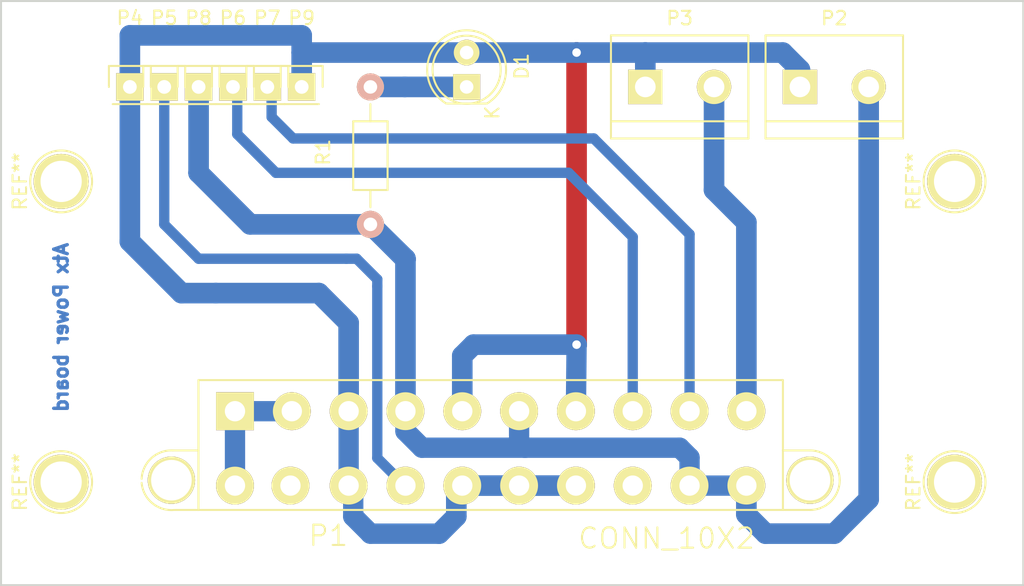
<source format=kicad_pcb>
(kicad_pcb (version 4) (host pcbnew 0.201509040901+6154~29~ubuntu14.04.1-product)

  (general
    (links 24)
    (no_connects 0)
    (area 79.299999 77.394999 155.015001 120.725001)
    (thickness 1.6)
    (drawings 5)
    (tracks 87)
    (zones 0)
    (modules 15)
    (nets 11)
  )

  (page A4)
  (layers
    (0 F.Cu signal)
    (31 B.Cu signal)
    (32 B.Adhes user)
    (33 F.Adhes user)
    (34 B.Paste user)
    (35 F.Paste user)
    (36 B.SilkS user)
    (37 F.SilkS user)
    (38 B.Mask user)
    (39 F.Mask user)
    (40 Dwgs.User user)
    (41 Cmts.User user)
    (42 Eco1.User user)
    (43 Eco2.User user)
    (44 Edge.Cuts user)
    (45 Margin user)
    (46 B.CrtYd user)
    (47 F.CrtYd user)
    (48 B.Fab user)
    (49 F.Fab user)
  )

  (setup
    (last_trace_width 0.254)
    (trace_clearance 0.254)
    (zone_clearance 0.508)
    (zone_45_only no)
    (trace_min 0.254)
    (segment_width 0.2)
    (edge_width 0.15)
    (via_size 0.889)
    (via_drill 0.635)
    (via_min_size 0.889)
    (via_min_drill 0.508)
    (uvia_size 0.508)
    (uvia_drill 0.127)
    (uvias_allowed no)
    (uvia_min_size 0.508)
    (uvia_min_drill 0.127)
    (pcb_text_width 0.3)
    (pcb_text_size 1 1)
    (mod_edge_width 0.15)
    (mod_text_size 1 1)
    (mod_text_width 0.15)
    (pad_size 2.032 2.032)
    (pad_drill 1.016)
    (pad_to_mask_clearance 0)
    (aux_axis_origin 0 0)
    (visible_elements 7FFFFFFF)
    (pcbplotparams
      (layerselection 0x00020_80000000)
      (usegerberextensions false)
      (excludeedgelayer false)
      (linewidth 0.100000)
      (plotframeref false)
      (viasonmask false)
      (mode 1)
      (useauxorigin false)
      (hpglpennumber 1)
      (hpglpenspeed 20)
      (hpglpendiameter 15)
      (hpglpenoverlay 2)
      (psnegative false)
      (psa4output false)
      (plotreference true)
      (plotvalue true)
      (plotinvisibletext false)
      (padsonsilk false)
      (subtractmaskfromsilk false)
      (outputformat 2)
      (mirror false)
      (drillshape 0)
      (scaleselection 1)
      (outputdirectory ci/))
  )

  (net 0 "")
  (net 1 "Net-(D1-Pad1)")
  (net 2 GND)
  (net 3 /5V)
  (net 4 /12V)
  (net 5 /PSON)
  (net 6 /PG)
  (net 7 +5V)
  (net 8 /3V3)
  (net 9 "Net-(P1-Pad4)")
  (net 10 "Net-(P1-Pad16)")

  (net_class Default "Ceci est la Netclass par défaut"
    (clearance 0.254)
    (trace_width 0.254)
    (via_dia 0.889)
    (via_drill 0.635)
    (uvia_dia 0.508)
    (uvia_drill 0.127)
  )

  (net_class power ""
    (clearance 0.254)
    (trace_width 1.524)
    (via_dia 1.524)
    (via_drill 0.635)
    (uvia_dia 0.508)
    (uvia_drill 0.127)
    (add_net /12V)
    (add_net /3V3)
    (add_net /5V)
    (add_net GND)
    (add_net "Net-(D1-Pad1)")
    (add_net "Net-(P1-Pad16)")
    (add_net "Net-(P1-Pad4)")
  )

  (net_class signal ""
    (clearance 0.254)
    (trace_width 0.762)
    (via_dia 0.889)
    (via_drill 0.635)
    (uvia_dia 0.508)
    (uvia_drill 0.127)
    (add_net +5V)
    (add_net /PG)
    (add_net /PSON)
  )

  (module LEDs:LED-5MM (layer F.Cu) (tedit 5570F7EA) (tstamp 55FF189E)
    (at 113.792 83.82 90)
    (descr "LED 5mm round vertical")
    (tags "LED 5mm round vertical")
    (path /54874A2E)
    (fp_text reference D1 (at 1.524 4.064 90) (layer F.SilkS)
      (effects (font (size 1 1) (thickness 0.15)))
    )
    (fp_text value LED (at 1.524 -3.937 90) (layer F.Fab)
      (effects (font (size 1 1) (thickness 0.15)))
    )
    (fp_line (start -1.5 -1.55) (end -1.5 1.55) (layer F.CrtYd) (width 0.05))
    (fp_arc (start 1.3 0) (end -1.5 1.55) (angle -302) (layer F.CrtYd) (width 0.05))
    (fp_arc (start 1.27 0) (end -1.23 -1.5) (angle 297.5) (layer F.SilkS) (width 0.15))
    (fp_line (start -1.23 1.5) (end -1.23 -1.5) (layer F.SilkS) (width 0.15))
    (fp_circle (center 1.27 0) (end 0.97 -2.5) (layer F.SilkS) (width 0.15))
    (fp_text user K (at -1.905 1.905 90) (layer F.SilkS)
      (effects (font (size 1 1) (thickness 0.15)))
    )
    (pad 1 thru_hole rect (at 0 0 180) (size 2 1.9) (drill 1.00076) (layers *.Cu *.Mask F.SilkS)
      (net 1 "Net-(D1-Pad1)"))
    (pad 2 thru_hole circle (at 2.54 0 90) (size 1.9 1.9) (drill 1.00076) (layers *.Cu *.Mask F.SilkS)
      (net 2 GND))
    (model LEDs.3dshapes/LED-5MM.wrl
      (at (xyz 0.05 0 0))
      (scale (xyz 1 1 1))
      (rotate (xyz 0 0 90))
    )
  )

  (module Connect:bornier2 (layer F.Cu) (tedit 55FF1881) (tstamp 55FF18A4)
    (at 140.97 83.82)
    (descr "Bornier d'alimentation 2 pins")
    (tags DEV)
    (path /548749B8)
    (fp_text reference P2 (at 0 -5.08) (layer F.SilkS)
      (effects (font (size 1 1) (thickness 0.15)))
    )
    (fp_text value 5V (at 0 5.08) (layer F.Fab)
      (effects (font (size 1 1) (thickness 0.15)))
    )
    (fp_line (start 5.08 2.54) (end -5.08 2.54) (layer F.SilkS) (width 0.15))
    (fp_line (start 5.08 3.81) (end 5.08 -3.81) (layer F.SilkS) (width 0.15))
    (fp_line (start 5.08 -3.81) (end -5.08 -3.81) (layer F.SilkS) (width 0.15))
    (fp_line (start -5.08 -3.81) (end -5.08 3.81) (layer F.SilkS) (width 0.15))
    (fp_line (start -5.08 3.81) (end 5.08 3.81) (layer F.SilkS) (width 0.15))
    (pad 1 thru_hole rect (at -2.54 0) (size 2.54 2.54) (drill 1.524) (layers *.Cu *.Mask F.SilkS)
      (net 2 GND))
    (pad 2 thru_hole circle (at 2.54 0) (size 2.54 2.54) (drill 1.524) (layers *.Cu *.Mask F.SilkS)
      (net 3 /5V))
    (model Connect.3dshapes/bornier2.wrl
      (at (xyz 0 0 0))
      (scale (xyz 1 1 1))
      (rotate (xyz 0 0 0))
    )
  )

  (module Connect:bornier2 (layer F.Cu) (tedit 55FF1881) (tstamp 55FF18AA)
    (at 129.54 83.82)
    (descr "Bornier d'alimentation 2 pins")
    (tags DEV)
    (path /548749CB)
    (fp_text reference P3 (at 0 -5.08) (layer F.SilkS)
      (effects (font (size 1 1) (thickness 0.15)))
    )
    (fp_text value 12V (at 0 5.08) (layer F.Fab)
      (effects (font (size 1 1) (thickness 0.15)))
    )
    (fp_line (start 5.08 2.54) (end -5.08 2.54) (layer F.SilkS) (width 0.15))
    (fp_line (start 5.08 3.81) (end 5.08 -3.81) (layer F.SilkS) (width 0.15))
    (fp_line (start 5.08 -3.81) (end -5.08 -3.81) (layer F.SilkS) (width 0.15))
    (fp_line (start -5.08 -3.81) (end -5.08 3.81) (layer F.SilkS) (width 0.15))
    (fp_line (start -5.08 3.81) (end 5.08 3.81) (layer F.SilkS) (width 0.15))
    (pad 1 thru_hole rect (at -2.54 0) (size 2.54 2.54) (drill 1.524) (layers *.Cu *.Mask F.SilkS)
      (net 2 GND))
    (pad 2 thru_hole circle (at 2.54 0) (size 2.54 2.54) (drill 1.524) (layers *.Cu *.Mask F.SilkS)
      (net 4 /12V))
    (model Connect.3dshapes/bornier2.wrl
      (at (xyz 0 0 0))
      (scale (xyz 1 1 1))
      (rotate (xyz 0 0 0))
    )
  )

  (module Pin_Headers:Pin_Header_Straight_1x01 (layer F.Cu) (tedit 5600314C) (tstamp 55FF18AF)
    (at 88.9 83.82)
    (descr "Through hole pin header")
    (tags "pin header")
    (path /55FF5D9A)
    (fp_text reference P4 (at 0 -5.1) (layer F.SilkS)
      (effects (font (size 1 1) (thickness 0.15)))
    )
    (fp_text value CONN_1 (at 0 -3.1) (layer F.Fab)
      (effects (font (size 1 1) (thickness 0.15)))
    )
    (fp_line (start 1.55 -1.55) (end 1.55 0) (layer F.SilkS) (width 0.15))
    (fp_line (start -1.75 -1.75) (end -1.75 1.75) (layer F.CrtYd) (width 0.05))
    (fp_line (start 1.75 -1.75) (end 1.75 1.75) (layer F.CrtYd) (width 0.05))
    (fp_line (start -1.75 -1.75) (end 1.75 -1.75) (layer F.CrtYd) (width 0.05))
    (fp_line (start -1.75 1.75) (end 1.75 1.75) (layer F.CrtYd) (width 0.05))
    (fp_line (start -1.55 0) (end -1.55 -1.55) (layer F.SilkS) (width 0.15))
    (fp_line (start -1.55 -1.55) (end 1.55 -1.55) (layer F.SilkS) (width 0.15))
    (fp_line (start -1.27 1.27) (end 1.27 1.27) (layer F.SilkS) (width 0.15))
    (pad 1 thru_hole rect (at 0 0) (size 2.032 2.032) (drill 1.016) (layers *.Cu *.Mask F.SilkS)
      (net 2 GND))
    (model Pin_Headers.3dshapes/Pin_Header_Straight_1x01.wrl
      (at (xyz 0 0 0))
      (scale (xyz 1 1 1))
      (rotate (xyz 0 0 90))
    )
  )

  (module Pin_Headers:Pin_Header_Straight_1x01 (layer F.Cu) (tedit 56003178) (tstamp 55FF18B4)
    (at 91.44 83.82)
    (descr "Through hole pin header")
    (tags "pin header")
    (path /55FF4D28)
    (fp_text reference P5 (at 0 -5.1) (layer F.SilkS)
      (effects (font (size 1 1) (thickness 0.15)))
    )
    (fp_text value CONN_1 (at 0 -3.1) (layer F.Fab)
      (effects (font (size 1 1) (thickness 0.15)))
    )
    (fp_line (start 1.55 -1.55) (end 1.55 0) (layer F.SilkS) (width 0.15))
    (fp_line (start -1.75 -1.75) (end -1.75 1.75) (layer F.CrtYd) (width 0.05))
    (fp_line (start 1.75 -1.75) (end 1.75 1.75) (layer F.CrtYd) (width 0.05))
    (fp_line (start -1.75 -1.75) (end 1.75 -1.75) (layer F.CrtYd) (width 0.05))
    (fp_line (start -1.75 1.75) (end 1.75 1.75) (layer F.CrtYd) (width 0.05))
    (fp_line (start -1.55 0) (end -1.55 -1.55) (layer F.SilkS) (width 0.15))
    (fp_line (start -1.55 -1.55) (end 1.55 -1.55) (layer F.SilkS) (width 0.15))
    (fp_line (start -1.27 1.27) (end 1.27 1.27) (layer F.SilkS) (width 0.15))
    (pad 1 thru_hole rect (at 0 0) (size 2.032 2.032) (drill 1.016) (layers *.Cu *.Mask F.SilkS)
      (net 5 /PSON))
    (model Pin_Headers.3dshapes/Pin_Header_Straight_1x01.wrl
      (at (xyz 0 0 0))
      (scale (xyz 1 1 1))
      (rotate (xyz 0 0 90))
    )
  )

  (module Pin_Headers:Pin_Header_Straight_1x01 (layer F.Cu) (tedit 56003184) (tstamp 55FF18B9)
    (at 96.52 83.82)
    (descr "Through hole pin header")
    (tags "pin header")
    (path /55FF4E0E)
    (fp_text reference P6 (at 0 -5.1) (layer F.SilkS)
      (effects (font (size 1 1) (thickness 0.15)))
    )
    (fp_text value CONN_1 (at 0 -3.1) (layer F.Fab)
      (effects (font (size 1 1) (thickness 0.15)))
    )
    (fp_line (start 1.55 -1.55) (end 1.55 0) (layer F.SilkS) (width 0.15))
    (fp_line (start -1.75 -1.75) (end -1.75 1.75) (layer F.CrtYd) (width 0.05))
    (fp_line (start 1.75 -1.75) (end 1.75 1.75) (layer F.CrtYd) (width 0.05))
    (fp_line (start -1.75 -1.75) (end 1.75 -1.75) (layer F.CrtYd) (width 0.05))
    (fp_line (start -1.75 1.75) (end 1.75 1.75) (layer F.CrtYd) (width 0.05))
    (fp_line (start -1.55 0) (end -1.55 -1.55) (layer F.SilkS) (width 0.15))
    (fp_line (start -1.55 -1.55) (end 1.55 -1.55) (layer F.SilkS) (width 0.15))
    (fp_line (start -1.27 1.27) (end 1.27 1.27) (layer F.SilkS) (width 0.15))
    (pad 1 thru_hole rect (at 0 0) (size 2.032 2.032) (drill 1.016) (layers *.Cu *.Mask F.SilkS)
      (net 6 /PG))
    (model Pin_Headers.3dshapes/Pin_Header_Straight_1x01.wrl
      (at (xyz 0 0 0))
      (scale (xyz 1 1 1))
      (rotate (xyz 0 0 90))
    )
  )

  (module Pin_Headers:Pin_Header_Straight_1x01 (layer F.Cu) (tedit 5600318A) (tstamp 55FF18BE)
    (at 99.06 83.82)
    (descr "Through hole pin header")
    (tags "pin header")
    (path /55FF4C46)
    (fp_text reference P7 (at 0 -5.1) (layer F.SilkS)
      (effects (font (size 1 1) (thickness 0.15)))
    )
    (fp_text value CONN_1 (at 0 -3.1) (layer F.Fab)
      (effects (font (size 1 1) (thickness 0.15)))
    )
    (fp_line (start 1.55 -1.55) (end 1.55 0) (layer F.SilkS) (width 0.15))
    (fp_line (start -1.75 -1.75) (end -1.75 1.75) (layer F.CrtYd) (width 0.05))
    (fp_line (start 1.75 -1.75) (end 1.75 1.75) (layer F.CrtYd) (width 0.05))
    (fp_line (start -1.75 -1.75) (end 1.75 -1.75) (layer F.CrtYd) (width 0.05))
    (fp_line (start -1.75 1.75) (end 1.75 1.75) (layer F.CrtYd) (width 0.05))
    (fp_line (start -1.55 0) (end -1.55 -1.55) (layer F.SilkS) (width 0.15))
    (fp_line (start -1.55 -1.55) (end 1.55 -1.55) (layer F.SilkS) (width 0.15))
    (fp_line (start -1.27 1.27) (end 1.27 1.27) (layer F.SilkS) (width 0.15))
    (pad 1 thru_hole rect (at 0 0) (size 2.032 2.032) (drill 1.016) (layers *.Cu *.Mask F.SilkS)
      (net 7 +5V))
    (model Pin_Headers.3dshapes/Pin_Header_Straight_1x01.wrl
      (at (xyz 0 0 0))
      (scale (xyz 1 1 1))
      (rotate (xyz 0 0 90))
    )
  )

  (module Pin_Headers:Pin_Header_Straight_1x01 (layer F.Cu) (tedit 5600317D) (tstamp 55FF18C3)
    (at 93.98 83.82)
    (descr "Through hole pin header")
    (tags "pin header")
    (path /55FF4B74)
    (fp_text reference P8 (at 0 -5.1) (layer F.SilkS)
      (effects (font (size 1 1) (thickness 0.15)))
    )
    (fp_text value CONN_1 (at 0 -3.1) (layer F.Fab)
      (effects (font (size 1 1) (thickness 0.15)))
    )
    (fp_line (start 1.55 -1.55) (end 1.55 0) (layer F.SilkS) (width 0.15))
    (fp_line (start -1.75 -1.75) (end -1.75 1.75) (layer F.CrtYd) (width 0.05))
    (fp_line (start 1.75 -1.75) (end 1.75 1.75) (layer F.CrtYd) (width 0.05))
    (fp_line (start -1.75 -1.75) (end 1.75 -1.75) (layer F.CrtYd) (width 0.05))
    (fp_line (start -1.75 1.75) (end 1.75 1.75) (layer F.CrtYd) (width 0.05))
    (fp_line (start -1.55 0) (end -1.55 -1.55) (layer F.SilkS) (width 0.15))
    (fp_line (start -1.55 -1.55) (end 1.55 -1.55) (layer F.SilkS) (width 0.15))
    (fp_line (start -1.27 1.27) (end 1.27 1.27) (layer F.SilkS) (width 0.15))
    (pad 1 thru_hole rect (at 0 0) (size 2.032 2.032) (drill 1.016) (layers *.Cu *.Mask F.SilkS)
      (net 3 /5V))
    (model Pin_Headers.3dshapes/Pin_Header_Straight_1x01.wrl
      (at (xyz 0 0 0))
      (scale (xyz 1 1 1))
      (rotate (xyz 0 0 90))
    )
  )

  (module Pin_Headers:Pin_Header_Straight_1x01 (layer F.Cu) (tedit 5600318F) (tstamp 55FF18C8)
    (at 101.6 83.82)
    (descr "Through hole pin header")
    (tags "pin header")
    (path /548776EC)
    (fp_text reference P9 (at 0 -5.1) (layer F.SilkS)
      (effects (font (size 1 1) (thickness 0.15)))
    )
    (fp_text value CONN_1 (at 0 -3.1) (layer F.Fab)
      (effects (font (size 1 1) (thickness 0.15)))
    )
    (fp_line (start 1.55 -1.55) (end 1.55 0) (layer F.SilkS) (width 0.15))
    (fp_line (start -1.75 -1.75) (end -1.75 1.75) (layer F.CrtYd) (width 0.05))
    (fp_line (start 1.75 -1.75) (end 1.75 1.75) (layer F.CrtYd) (width 0.05))
    (fp_line (start -1.75 -1.75) (end 1.75 -1.75) (layer F.CrtYd) (width 0.05))
    (fp_line (start -1.75 1.75) (end 1.75 1.75) (layer F.CrtYd) (width 0.05))
    (fp_line (start -1.55 0) (end -1.55 -1.55) (layer F.SilkS) (width 0.15))
    (fp_line (start -1.55 -1.55) (end 1.55 -1.55) (layer F.SilkS) (width 0.15))
    (fp_line (start -1.27 1.27) (end 1.27 1.27) (layer F.SilkS) (width 0.15))
    (pad 1 thru_hole rect (at 0 0) (size 2.032 2.032) (drill 1.016) (layers *.Cu *.Mask F.SilkS)
      (net 2 GND))
    (model Pin_Headers.3dshapes/Pin_Header_Straight_1x01.wrl
      (at (xyz 0 0 0))
      (scale (xyz 1 1 1))
      (rotate (xyz 0 0 90))
    )
  )

  (module Resistors_ThroughHole:Resistor_Horizontal_RM10mm (layer F.Cu) (tedit 53F56209) (tstamp 55FF18CE)
    (at 106.68 88.9 90)
    (descr "Resistor, Axial,  RM 10mm, 1/3W,")
    (tags "Resistor, Axial, RM 10mm, 1/3W,")
    (path /54877BA4)
    (fp_text reference R1 (at 0.24892 -3.50012 90) (layer F.SilkS)
      (effects (font (size 1 1) (thickness 0.15)))
    )
    (fp_text value 220 (at 3.81 3.81 90) (layer F.Fab)
      (effects (font (size 1 1) (thickness 0.15)))
    )
    (fp_line (start -2.54 -1.27) (end 2.54 -1.27) (layer F.SilkS) (width 0.15))
    (fp_line (start 2.54 -1.27) (end 2.54 1.27) (layer F.SilkS) (width 0.15))
    (fp_line (start 2.54 1.27) (end -2.54 1.27) (layer F.SilkS) (width 0.15))
    (fp_line (start -2.54 1.27) (end -2.54 -1.27) (layer F.SilkS) (width 0.15))
    (fp_line (start -2.54 0) (end -3.81 0) (layer F.SilkS) (width 0.15))
    (fp_line (start 2.54 0) (end 3.81 0) (layer F.SilkS) (width 0.15))
    (pad 1 thru_hole circle (at -5.08 0 90) (size 1.99898 1.99898) (drill 1.00076) (layers *.Cu *.SilkS *.Mask)
      (net 3 /5V))
    (pad 2 thru_hole circle (at 5.08 0 90) (size 1.99898 1.99898) (drill 1.00076) (layers *.Cu *.SilkS *.Mask)
      (net 1 "Net-(D1-Pad1)"))
    (model Resistors_ThroughHole.3dshapes/Resistor_Horizontal_RM10mm.wrl
      (at (xyz 0 0 0))
      (scale (xyz 0.4 0.4 0.4))
      (rotate (xyz 0 0 0))
    )
  )

  (module JbLb_lib:ATX20 (layer F.Cu) (tedit 560002F9) (tstamp 56000A93)
    (at 115.57 110.49 180)
    (tags ATX)
    (path /55FF3C65)
    (fp_text reference P1 (at 12 -6.5 180) (layer F.SilkS)
      (effects (font (size 1.5 1.5) (thickness 0.15)))
    )
    (fp_text value CONN_10X2 (at -13 -6.7 180) (layer F.SilkS)
      (effects (font (size 1.5 1.5) (thickness 0.15)))
    )
    (fp_line (start -23.6 -0.2) (end -21.6 -0.2) (layer F.SilkS) (width 0.15))
    (fp_line (start -21.6 -4.6) (end -23.6 -4.6) (layer F.SilkS) (width 0.15))
    (fp_arc (start -23.6 -2.4) (end -23.6 -0.2) (angle 90) (layer F.SilkS) (width 0.15))
    (fp_arc (start -23.6 -2.4) (end -25.8 -2.4) (angle 90) (layer F.SilkS) (width 0.15))
    (fp_line (start 23.5 -0.2) (end 21.6 -0.2) (layer F.SilkS) (width 0.15))
    (fp_line (start 23.4 -4.6) (end 21.6 -4.6) (layer F.SilkS) (width 0.15))
    (fp_arc (start 23.6 -2.4) (end 25.8 -2.3) (angle 90) (layer F.SilkS) (width 0.15))
    (fp_arc (start 23.6 -2.4) (end 23.4 -4.6) (angle 90) (layer F.SilkS) (width 0.15))
    (fp_line (start -21.6 5) (end 21.6 5) (layer F.SilkS) (width 0.15))
    (fp_line (start 0 -4.6) (end 21.6 -4.6) (layer F.SilkS) (width 0.15))
    (fp_line (start 21.6 -4.6) (end 21.6 5) (layer F.SilkS) (width 0.15))
    (fp_line (start -21.6 5) (end -21.6 -4.6) (layer F.SilkS) (width 0.15))
    (fp_line (start -21.6 -4.6) (end 0 -4.6) (layer F.SilkS) (width 0.15))
    (pad 1 thru_hole rect (at 18.9 2.7 180) (size 2.8 2.8) (drill 1.5) (layers *.Cu *.Mask F.SilkS)
      (net 8 /3V3))
    (pad 2 thru_hole circle (at 18.9 -2.8 180) (size 2.8 2.8) (drill 1.5) (layers *.Cu *.Mask F.SilkS)
      (net 8 /3V3))
    (pad 3 thru_hole circle (at 14.7 2.7 180) (size 2.8 2.8) (drill 1.5) (layers *.Cu *.Mask F.SilkS)
      (net 8 /3V3))
    (pad 4 thru_hole circle (at 14.8 -2.8 180) (size 2.8 2.8) (drill 1.5) (layers *.Cu *.Mask F.SilkS)
      (net 9 "Net-(P1-Pad4)"))
    (pad 5 thru_hole circle (at 10.5 2.7 180) (size 2.8 2.8) (drill 1.5) (layers *.Cu *.Mask F.SilkS)
      (net 2 GND))
    (pad 6 thru_hole circle (at 10.5 -2.8 180) (size 2.8 2.8) (drill 1.5) (layers *.Cu *.Mask F.SilkS)
      (net 2 GND))
    (pad 7 thru_hole circle (at 6.3 2.7 180) (size 2.8 2.8) (drill 1.5) (layers *.Cu *.Mask F.SilkS)
      (net 3 /5V))
    (pad 8 thru_hole circle (at 6.3 -2.8 180) (size 2.8 2.8) (drill 1.5) (layers *.Cu *.Mask F.SilkS)
      (net 5 /PSON))
    (pad 9 thru_hole circle (at 2.1 2.7 180) (size 2.8 2.8) (drill 1.5) (layers *.Cu *.Mask F.SilkS)
      (net 2 GND))
    (pad 10 thru_hole circle (at 2.1 -2.8 180) (size 2.8 2.8) (drill 1.5) (layers *.Cu *.Mask F.SilkS)
      (net 2 GND))
    (pad 11 thru_hole circle (at -2.1 2.7 180) (size 2.8 2.8) (drill 1.5) (layers *.Cu *.Mask F.SilkS)
      (net 3 /5V))
    (pad 12 thru_hole circle (at -2.1 -2.8 180) (size 2.8 2.8) (drill 1.5) (layers *.Cu *.Mask F.SilkS)
      (net 2 GND))
    (pad 13 thru_hole circle (at -6.3 2.7 180) (size 2.8 2.8) (drill 1.5) (layers *.Cu *.Mask F.SilkS)
      (net 2 GND))
    (pad 14 thru_hole circle (at -6.3 -2.8 180) (size 2.8 2.8) (drill 1.5) (layers *.Cu *.Mask F.SilkS)
      (net 2 GND))
    (pad 15 thru_hole circle (at -10.5 2.7 180) (size 2.8 2.8) (drill 1.5) (layers *.Cu *.Mask F.SilkS)
      (net 6 /PG))
    (pad 16 thru_hole circle (at -10.5 -2.8 180) (size 2.8 2.8) (drill 1.5) (layers *.Cu *.Mask F.SilkS)
      (net 10 "Net-(P1-Pad16)"))
    (pad 17 thru_hole circle (at -14.7 2.7 180) (size 2.8 2.8) (drill 1.5) (layers *.Cu *.Mask F.SilkS)
      (net 7 +5V))
    (pad 18 thru_hole circle (at -14.7 -2.8 180) (size 2.8 2.8) (drill 1.5) (layers *.Cu *.Mask F.SilkS)
      (net 3 /5V))
    (pad 19 thru_hole circle (at -18.9 2.7 180) (size 2.8 2.8) (drill 1.5) (layers *.Cu *.Mask F.SilkS)
      (net 4 /12V))
    (pad 20 thru_hole circle (at -18.9 -2.8 180) (size 2.8 2.8) (drill 1.5) (layers *.Cu *.Mask F.SilkS)
      (net 3 /5V))
    (pad 21 thru_hole circle (at 23.6 -2.4 180) (size 3.5 3.5) (drill 3) (layers *.Cu *.Mask F.SilkS))
    (pad 22 thru_hole circle (at -23.6 -2.4 180) (size 3.5 3.5) (drill 3) (layers *.Cu *.Mask F.SilkS))
  )

  (module Connect:1pin (layer F.Cu) (tedit 56002EA7) (tstamp 56002EA7)
    (at 83.82 113.03 90)
    (descr "module 1 pin (ou trou mecanique de percage)")
    (tags DEV)
    (fp_text reference REF** (at 0 -3.048 90) (layer F.SilkS)
      (effects (font (size 1 1) (thickness 0.15)))
    )
    (fp_text value 1pin (at 0 2.794 90) (layer F.Fab)
      (effects (font (size 1 1) (thickness 0.15)))
    )
    (fp_circle (center 0 0) (end 0 -2.286) (layer F.SilkS) (width 0.15))
    (pad 1 thru_hole circle (at 0 0 90) (size 4.064 4.064) (drill 3.048) (layers *.Cu *.Mask F.SilkS))
  )

  (module Connect:1pin (layer F.Cu) (tedit 56002EAD) (tstamp 56002EAD)
    (at 83.82 90.805 90)
    (descr "module 1 pin (ou trou mecanique de percage)")
    (tags DEV)
    (fp_text reference REF** (at 0 -3.048 90) (layer F.SilkS)
      (effects (font (size 1 1) (thickness 0.15)))
    )
    (fp_text value 1pin (at 0 2.794 90) (layer F.Fab)
      (effects (font (size 1 1) (thickness 0.15)))
    )
    (fp_circle (center 0 0) (end 0 -2.286) (layer F.SilkS) (width 0.15))
    (pad 1 thru_hole circle (at 0 0 90) (size 4.064 4.064) (drill 3.048) (layers *.Cu *.Mask F.SilkS))
  )

  (module Connect:1pin (layer F.Cu) (tedit 56002EAF) (tstamp 56002EB3)
    (at 149.86 113.03 90)
    (descr "module 1 pin (ou trou mecanique de percage)")
    (tags DEV)
    (fp_text reference REF** (at 0 -3.048 90) (layer F.SilkS)
      (effects (font (size 1 1) (thickness 0.15)))
    )
    (fp_text value 1pin (at 0 2.794 90) (layer F.Fab)
      (effects (font (size 1 1) (thickness 0.15)))
    )
    (fp_circle (center 0 0) (end 0 -2.286) (layer F.SilkS) (width 0.15))
    (pad 1 thru_hole circle (at 0 0 90) (size 4.064 4.064) (drill 3.048) (layers *.Cu *.Mask F.SilkS))
  )

  (module Connect:1pin (layer F.Cu) (tedit 56002EB1) (tstamp 56002EB9)
    (at 149.86 90.805 90)
    (descr "module 1 pin (ou trou mecanique de percage)")
    (tags DEV)
    (fp_text reference REF** (at 0 -3.048 90) (layer F.SilkS)
      (effects (font (size 1 1) (thickness 0.15)))
    )
    (fp_text value 1pin (at 0 2.794 90) (layer F.Fab)
      (effects (font (size 1 1) (thickness 0.15)))
    )
    (fp_circle (center 0 0) (end 0 -2.286) (layer F.SilkS) (width 0.15))
    (pad 1 thru_hole circle (at 0 0 90) (size 4.064 4.064) (drill 3.048) (layers *.Cu *.Mask F.SilkS))
  )

  (gr_line (start 154.94 120.65) (end 79.375 120.65) (angle 90) (layer Edge.Cuts) (width 0.15))
  (gr_line (start 154.94 77.47) (end 154.94 120.65) (angle 90) (layer Edge.Cuts) (width 0.15))
  (gr_line (start 79.375 77.47) (end 154.94 77.47) (angle 90) (layer Edge.Cuts) (width 0.15))
  (gr_line (start 79.375 120.65) (end 79.375 77.47) (angle 90) (layer Edge.Cuts) (width 0.15))
  (gr_text "Atx Power board" (at 83.82 101.6 90) (layer B.Cu)
    (effects (font (size 1 1) (thickness 0.25)) (justify mirror))
  )

  (segment (start 106.68 83.82) (end 109.22 83.82) (width 1.524) (layer B.Cu) (net 1))
  (segment (start 109.22 83.82) (end 113.792 83.82) (width 1.524) (layer B.Cu) (net 1) (status 30))
  (segment (start 117.67 113.29) (end 121.87 113.29) (width 1.524) (layer B.Cu) (net 2))
  (segment (start 113.47 113.29) (end 117.67 113.29) (width 1.524) (layer B.Cu) (net 2))
  (segment (start 111.76 116.84) (end 113.03 115.57) (width 1.524) (layer B.Cu) (net 2))
  (segment (start 113.03 115.57) (end 113.03 113.73) (width 1.524) (layer B.Cu) (net 2) (tstamp 56005B4A))
  (segment (start 113.03 113.73) (end 113.47 113.29) (width 1.524) (layer B.Cu) (net 2) (tstamp 56005B4B))
  (segment (start 101.6 81.28) (end 101.6 80.01) (width 1.524) (layer B.Cu) (net 2))
  (segment (start 88.9 80.01) (end 88.9 83.82) (width 1.524) (layer B.Cu) (net 2) (tstamp 56005B31))
  (segment (start 101.6 80.01) (end 88.9 80.01) (width 1.524) (layer B.Cu) (net 2) (tstamp 56005B30))
  (segment (start 121.92 102.87) (end 114.3 102.87) (width 1.524) (layer B.Cu) (net 2))
  (segment (start 113.47 103.7) (end 113.47 107.79) (width 1.524) (layer B.Cu) (net 2) (tstamp 56005B2D))
  (segment (start 114.3 102.87) (end 113.47 103.7) (width 1.524) (layer B.Cu) (net 2) (tstamp 56005B2C))
  (segment (start 127 81.28) (end 137.16 81.28) (width 1.524) (layer B.Cu) (net 2))
  (segment (start 137.16 81.28) (end 138.43 82.55) (width 1.524) (layer B.Cu) (net 2) (tstamp 56005A14))
  (segment (start 138.43 82.55) (end 138.43 83.82) (width 1.524) (layer B.Cu) (net 2) (tstamp 56005A1A))
  (segment (start 121.92 81.28) (end 127 81.28) (width 1.524) (layer B.Cu) (net 2))
  (segment (start 127 81.28) (end 127 83.82) (width 1.524) (layer B.Cu) (net 2) (tstamp 56005A0F))
  (segment (start 92.71 99.06) (end 88.9 95.25) (width 1.524) (layer B.Cu) (net 2))
  (segment (start 88.9 95.25) (end 88.9 83.82) (width 1.524) (layer B.Cu) (net 2) (tstamp 5600593D))
  (segment (start 105.07 107.79) (end 105.07 101.26) (width 1.524) (layer B.Cu) (net 2))
  (segment (start 102.87 99.06) (end 95.25 99.06) (width 1.524) (layer B.Cu) (net 2) (tstamp 56005883))
  (segment (start 105.07 101.26) (end 102.87 99.06) (width 1.524) (layer B.Cu) (net 2) (tstamp 56005882))
  (segment (start 95.25 99.06) (end 92.71 99.06) (width 1.524) (layer B.Cu) (net 2))
  (segment (start 113.792 81.28) (end 101.6 81.28) (width 1.524) (layer B.Cu) (net 2))
  (segment (start 101.6 81.28) (end 101.6 83.82) (width 1.524) (layer B.Cu) (net 2) (tstamp 560058E9))
  (segment (start 113.792 81.28) (end 121.92 81.28) (width 1.524) (layer B.Cu) (net 2) (status 10))
  (segment (start 121.92 102.87) (end 121.87 107.79) (width 1.5) (layer B.Cu) (net 2) (tstamp 56000971) (status 20))
  (via (at 121.92 81.28) (size 1.524) (layers F.Cu B.Cu) (net 2))
  (segment (start 121.92 102.87) (end 121.92 81.28) (width 1.524) (layer F.Cu) (net 2) (tstamp 56000E2E))
  (via (at 121.92 102.87) (size 1.524) (layers F.Cu B.Cu) (net 2))
  (segment (start 106.68 116.84) (end 111.76 116.84) (width 1.5) (layer B.Cu) (net 2) (tstamp 56000A73))
  (segment (start 111.76 116.84) (end 111.76 116.84) (width 1.5) (layer B.Cu) (net 2) (tstamp 56005B48))
  (segment (start 105.41 113.63) (end 105.41 115.57) (width 1.5) (layer B.Cu) (net 2) (tstamp 56000975) (status 10))
  (segment (start 105.07 113.29) (end 105.41 113.63) (width 1.5) (layer B.Cu) (net 2) (tstamp 56000974) (status 30))
  (segment (start 105.07 107.79) (end 105.07 113.29) (width 1.5) (layer B.Cu) (net 2) (status 30))
  (segment (start 105.41 115.57) (end 106.68 116.84) (width 1.5) (layer B.Cu) (net 2))
  (segment (start 106.68 116.84) (end 111.76 116.84) (width 1.5) (layer B.Cu) (net 2))
  (segment (start 106.68 93.98) (end 109.27 96.57) (width 1.524) (layer B.Cu) (net 3))
  (segment (start 109.22 96.52) (end 109.27 96.52) (width 1.524) (layer B.Cu) (net 3) (tstamp 560128F5))
  (segment (start 109.27 96.57) (end 109.22 96.52) (width 1.524) (layer B.Cu) (net 3) (tstamp 560128E8))
  (segment (start 134.47 113.29) (end 134.47 115.42) (width 1.524) (layer B.Cu) (net 3))
  (segment (start 143.51 114.3) (end 143.51 83.82) (width 1.524) (layer B.Cu) (net 3) (tstamp 56005A09))
  (segment (start 140.97 116.84) (end 143.51 114.3) (width 1.524) (layer B.Cu) (net 3) (tstamp 56005A06))
  (segment (start 135.89 116.84) (end 140.97 116.84) (width 1.524) (layer B.Cu) (net 3) (tstamp 56005A03))
  (segment (start 134.47 115.42) (end 135.89 116.84) (width 1.524) (layer B.Cu) (net 3) (tstamp 560059FB))
  (segment (start 97.79 93.98) (end 93.98 90.17) (width 1.524) (layer B.Cu) (net 3))
  (segment (start 93.98 90.17) (end 93.98 90.17) (width 1.524) (layer B.Cu) (net 3) (tstamp 56005900))
  (segment (start 106.68 93.98) (end 97.79 93.98) (width 1.524) (layer B.Cu) (net 3))
  (segment (start 93.98 90.17) (end 93.98 83.82) (width 1.524) (layer B.Cu) (net 3) (tstamp 56005908))
  (segment (start 134.47 113.29) (end 130.27 113.29) (width 1.5) (layer B.Cu) (net 3) (status 30))
  (segment (start 130.27 111.22) (end 129.54 110.49) (width 1.5) (layer B.Cu) (net 3) (tstamp 56000862))
  (segment (start 129.54 110.49) (end 118.11 110.49) (width 1.5) (layer B.Cu) (net 3) (tstamp 56000868))
  (segment (start 118.11 110.49) (end 117.67 110.05) (width 1.5) (layer B.Cu) (net 3) (tstamp 5600086D))
  (segment (start 117.67 110.05) (end 117.67 107.79) (width 1.5) (layer B.Cu) (net 3) (tstamp 5600086F) (status 20))
  (segment (start 130.27 113.29) (end 130.27 111.22) (width 1.5) (layer B.Cu) (net 3) (status 10))
  (segment (start 110.49 110.49) (end 109.27 109.27) (width 1.5) (layer B.Cu) (net 3) (tstamp 56000877))
  (segment (start 109.27 109.27) (end 109.27 107.79) (width 1.5) (layer B.Cu) (net 3) (tstamp 5600087A) (status 20))
  (segment (start 118.11 110.49) (end 110.49 110.49) (width 1.5) (layer B.Cu) (net 3))
  (segment (start 109.27 107.79) (end 109.27 96.52) (width 1.524) (layer B.Cu) (net 3) (status 30))
  (segment (start 109.27 96.52) (end 106.73 94.03) (width 1.524) (layer B.Cu) (net 3) (tstamp 560128F6) (status 30))
  (segment (start 134.47 107.79) (end 134.47 93.83) (width 1.524) (layer B.Cu) (net 4))
  (segment (start 132.08 91.44) (end 132.08 83.82) (width 1.524) (layer B.Cu) (net 4) (tstamp 560059F6))
  (segment (start 134.47 93.83) (end 132.08 91.44) (width 1.524) (layer B.Cu) (net 4) (tstamp 560059F0))
  (segment (start 107.188 98.552) (end 107.188 98.044) (width 0.762) (layer B.Cu) (net 5))
  (segment (start 107.188 111.252) (end 107.188 98.552) (width 0.762) (layer B.Cu) (net 5) (tstamp 56005948))
  (segment (start 91.44 83.82) (end 91.44 93.98) (width 0.762) (layer B.Cu) (net 5))
  (segment (start 93.98 96.52) (end 91.44 93.98) (width 0.762) (layer B.Cu) (net 5))
  (segment (start 93.98 96.52) (end 104.902 96.52) (width 0.762) (layer B.Cu) (net 5) (tstamp 5600592F))
  (segment (start 107.188 111.252) (end 109.226 113.29) (width 0.762) (layer B.Cu) (net 5) (tstamp 56005944))
  (segment (start 105.664 96.52) (end 104.902 96.52) (width 0.762) (layer B.Cu) (net 5) (tstamp 5600596C))
  (segment (start 107.188 98.044) (end 105.664 96.52) (width 0.762) (layer B.Cu) (net 5) (tstamp 56005965))
  (segment (start 109.27 113.29) (end 109.226 113.29) (width 0.762) (layer B.Cu) (net 5))
  (segment (start 109.27 113.29) (end 108.972 113.29) (width 0.762) (layer B.Cu) (net 5))
  (segment (start 109.27 113.29) (end 108.718 113.29) (width 0.8) (layer B.Cu) (net 5) (status 30))
  (segment (start 126.07 107.79) (end 126.07 94.91) (width 0.762) (layer B.Cu) (net 6))
  (segment (start 96.8375 87.3125) (end 96.8375 83.5025) (width 0.762) (layer B.Cu) (net 6) (tstamp 56005861))
  (segment (start 99.695 90.17) (end 96.8375 87.3125) (width 0.762) (layer B.Cu) (net 6) (tstamp 56005860))
  (segment (start 121.33 90.17) (end 99.695 90.17) (width 0.762) (layer B.Cu) (net 6) (tstamp 5600585E))
  (segment (start 126.07 94.91) (end 121.33 90.17) (width 0.762) (layer B.Cu) (net 6) (tstamp 5600585D))
  (segment (start 99.3775 83.5025) (end 99.3775 86.0425) (width 0.762) (layer B.Cu) (net 7))
  (segment (start 130.27 94.71) (end 130.27 107.79) (width 0.762) (layer B.Cu) (net 7) (tstamp 56005859))
  (segment (start 123.19 87.63) (end 130.27 94.71) (width 0.762) (layer B.Cu) (net 7) (tstamp 56005857))
  (segment (start 100.965 87.63) (end 123.19 87.63) (width 0.762) (layer B.Cu) (net 7) (tstamp 56005856))
  (segment (start 99.3775 86.0425) (end 100.965 87.63) (width 0.762) (layer B.Cu) (net 7) (tstamp 56005855))
  (segment (start 96.67 113.29) (end 96.67 107.79) (width 1.5) (layer B.Cu) (net 8) (status 30))
  (segment (start 96.67 107.79) (end 100.87 107.79) (width 1.5) (layer B.Cu) (net 8) (tstamp 56000B29) (status 30))

)

</source>
